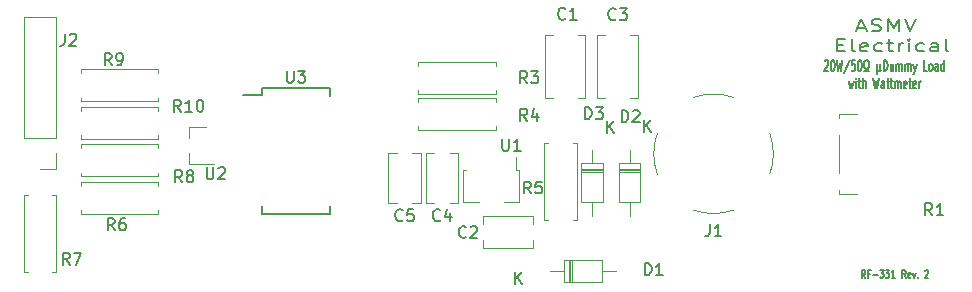
<source format=gbr>
%TF.GenerationSoftware,KiCad,Pcbnew,(5.1.6-0-10_14)*%
%TF.CreationDate,2021-03-20T12:43:37-06:00*%
%TF.ProjectId,rf_dummy_50ohm_20W,72665f64-756d-46d7-995f-35306f686d5f,rev?*%
%TF.SameCoordinates,Original*%
%TF.FileFunction,Legend,Top*%
%TF.FilePolarity,Positive*%
%FSLAX46Y46*%
G04 Gerber Fmt 4.6, Leading zero omitted, Abs format (unit mm)*
G04 Created by KiCad (PCBNEW (5.1.6-0-10_14)) date 2021-03-20 12:43:37*
%MOMM*%
%LPD*%
G01*
G04 APERTURE LIST*
%ADD10C,0.127000*%
%ADD11C,0.190500*%
%ADD12C,0.120000*%
%ADD13C,0.150000*%
%ADD14O,1.700000X1.700000*%
%ADD15C,1.700000*%
%ADD16O,1.600000X1.600000*%
%ADD17R,1.600000X1.600000*%
%ADD18R,7.100000X7.100000*%
%ADD19R,3.600000X2.100000*%
%ADD20C,2.100000*%
%ADD21C,3.100000*%
%ADD22R,1.850000X0.550000*%
%ADD23R,1.000000X0.900000*%
%ADD24C,0.100000*%
%ADD25R,1.000000X1.400000*%
%ADD26O,1.800000X1.800000*%
%ADD27R,1.800000X1.800000*%
G04 APERTURE END LIST*
D10*
X187349190Y-108237261D02*
X187179857Y-107934880D01*
X187058904Y-108237261D02*
X187058904Y-107602261D01*
X187252428Y-107602261D01*
X187300809Y-107632500D01*
X187325000Y-107662738D01*
X187349190Y-107723214D01*
X187349190Y-107813928D01*
X187325000Y-107874404D01*
X187300809Y-107904642D01*
X187252428Y-107934880D01*
X187058904Y-107934880D01*
X187736238Y-107904642D02*
X187566904Y-107904642D01*
X187566904Y-108237261D02*
X187566904Y-107602261D01*
X187808809Y-107602261D01*
X188002333Y-107995357D02*
X188389380Y-107995357D01*
X188582904Y-107602261D02*
X188897380Y-107602261D01*
X188728047Y-107844166D01*
X188800619Y-107844166D01*
X188849000Y-107874404D01*
X188873190Y-107904642D01*
X188897380Y-107965119D01*
X188897380Y-108116309D01*
X188873190Y-108176785D01*
X188849000Y-108207023D01*
X188800619Y-108237261D01*
X188655476Y-108237261D01*
X188607095Y-108207023D01*
X188582904Y-108176785D01*
X189066714Y-107602261D02*
X189381190Y-107602261D01*
X189211857Y-107844166D01*
X189284428Y-107844166D01*
X189332809Y-107874404D01*
X189357000Y-107904642D01*
X189381190Y-107965119D01*
X189381190Y-108116309D01*
X189357000Y-108176785D01*
X189332809Y-108207023D01*
X189284428Y-108237261D01*
X189139285Y-108237261D01*
X189090904Y-108207023D01*
X189066714Y-108176785D01*
X189865000Y-108237261D02*
X189574714Y-108237261D01*
X189719857Y-108237261D02*
X189719857Y-107602261D01*
X189671476Y-107692976D01*
X189623095Y-107753452D01*
X189574714Y-107783690D01*
X190760047Y-108237261D02*
X190590714Y-107934880D01*
X190469761Y-108237261D02*
X190469761Y-107602261D01*
X190663285Y-107602261D01*
X190711666Y-107632500D01*
X190735857Y-107662738D01*
X190760047Y-107723214D01*
X190760047Y-107813928D01*
X190735857Y-107874404D01*
X190711666Y-107904642D01*
X190663285Y-107934880D01*
X190469761Y-107934880D01*
X191171285Y-108207023D02*
X191122904Y-108237261D01*
X191026142Y-108237261D01*
X190977761Y-108207023D01*
X190953571Y-108146547D01*
X190953571Y-107904642D01*
X190977761Y-107844166D01*
X191026142Y-107813928D01*
X191122904Y-107813928D01*
X191171285Y-107844166D01*
X191195476Y-107904642D01*
X191195476Y-107965119D01*
X190953571Y-108025595D01*
X191364809Y-107813928D02*
X191485761Y-108237261D01*
X191606714Y-107813928D01*
X191800238Y-108176785D02*
X191824428Y-108207023D01*
X191800238Y-108237261D01*
X191776047Y-108207023D01*
X191800238Y-108176785D01*
X191800238Y-108237261D01*
X192405000Y-107662738D02*
X192429190Y-107632500D01*
X192477571Y-107602261D01*
X192598523Y-107602261D01*
X192646904Y-107632500D01*
X192671095Y-107662738D01*
X192695285Y-107723214D01*
X192695285Y-107783690D01*
X192671095Y-107874404D01*
X192380809Y-108237261D01*
X192695285Y-108237261D01*
D11*
X186683952Y-87069083D02*
X187349190Y-87069083D01*
X186550904Y-87359369D02*
X187016571Y-86343369D01*
X187482238Y-87359369D01*
X187881380Y-87310988D02*
X188080952Y-87359369D01*
X188413571Y-87359369D01*
X188546619Y-87310988D01*
X188613142Y-87262607D01*
X188679666Y-87165845D01*
X188679666Y-87069083D01*
X188613142Y-86972321D01*
X188546619Y-86923940D01*
X188413571Y-86875559D01*
X188147476Y-86827178D01*
X188014428Y-86778797D01*
X187947904Y-86730416D01*
X187881380Y-86633654D01*
X187881380Y-86536892D01*
X187947904Y-86440130D01*
X188014428Y-86391750D01*
X188147476Y-86343369D01*
X188480095Y-86343369D01*
X188679666Y-86391750D01*
X189278380Y-87359369D02*
X189278380Y-86343369D01*
X189744047Y-87069083D01*
X190209714Y-86343369D01*
X190209714Y-87359369D01*
X190675380Y-86343369D02*
X191141047Y-87359369D01*
X191606714Y-86343369D01*
X184987595Y-88541678D02*
X185453261Y-88541678D01*
X185652833Y-89073869D02*
X184987595Y-89073869D01*
X184987595Y-88057869D01*
X185652833Y-88057869D01*
X186451119Y-89073869D02*
X186318071Y-89025488D01*
X186251547Y-88928726D01*
X186251547Y-88057869D01*
X187515500Y-89025488D02*
X187382452Y-89073869D01*
X187116357Y-89073869D01*
X186983309Y-89025488D01*
X186916785Y-88928726D01*
X186916785Y-88541678D01*
X186983309Y-88444916D01*
X187116357Y-88396535D01*
X187382452Y-88396535D01*
X187515500Y-88444916D01*
X187582023Y-88541678D01*
X187582023Y-88638440D01*
X186916785Y-88735202D01*
X188779452Y-89025488D02*
X188646404Y-89073869D01*
X188380309Y-89073869D01*
X188247261Y-89025488D01*
X188180738Y-88977107D01*
X188114214Y-88880345D01*
X188114214Y-88590059D01*
X188180738Y-88493297D01*
X188247261Y-88444916D01*
X188380309Y-88396535D01*
X188646404Y-88396535D01*
X188779452Y-88444916D01*
X189178595Y-88396535D02*
X189710785Y-88396535D01*
X189378166Y-88057869D02*
X189378166Y-88928726D01*
X189444690Y-89025488D01*
X189577738Y-89073869D01*
X189710785Y-89073869D01*
X190176452Y-89073869D02*
X190176452Y-88396535D01*
X190176452Y-88590059D02*
X190242976Y-88493297D01*
X190309500Y-88444916D01*
X190442547Y-88396535D01*
X190575595Y-88396535D01*
X191041261Y-89073869D02*
X191041261Y-88396535D01*
X191041261Y-88057869D02*
X190974738Y-88106250D01*
X191041261Y-88154630D01*
X191107785Y-88106250D01*
X191041261Y-88057869D01*
X191041261Y-88154630D01*
X192305214Y-89025488D02*
X192172166Y-89073869D01*
X191906071Y-89073869D01*
X191773023Y-89025488D01*
X191706500Y-88977107D01*
X191639976Y-88880345D01*
X191639976Y-88590059D01*
X191706500Y-88493297D01*
X191773023Y-88444916D01*
X191906071Y-88396535D01*
X192172166Y-88396535D01*
X192305214Y-88444916D01*
X193502642Y-89073869D02*
X193502642Y-88541678D01*
X193436119Y-88444916D01*
X193303071Y-88396535D01*
X193036976Y-88396535D01*
X192903928Y-88444916D01*
X193502642Y-89025488D02*
X193369595Y-89073869D01*
X193036976Y-89073869D01*
X192903928Y-89025488D01*
X192837404Y-88928726D01*
X192837404Y-88831964D01*
X192903928Y-88735202D01*
X193036976Y-88686821D01*
X193369595Y-88686821D01*
X193502642Y-88638440D01*
X194367452Y-89073869D02*
X194234404Y-89025488D01*
X194167880Y-88928726D01*
X194167880Y-88057869D01*
D10*
X183893580Y-89926583D02*
X183920190Y-89884250D01*
X183973409Y-89841916D01*
X184106457Y-89841916D01*
X184159676Y-89884250D01*
X184186285Y-89926583D01*
X184212895Y-90011250D01*
X184212895Y-90095916D01*
X184186285Y-90222916D01*
X183866971Y-90730916D01*
X184212895Y-90730916D01*
X184558819Y-89841916D02*
X184612038Y-89841916D01*
X184665257Y-89884250D01*
X184691866Y-89926583D01*
X184718476Y-90011250D01*
X184745085Y-90180583D01*
X184745085Y-90392250D01*
X184718476Y-90561583D01*
X184691866Y-90646250D01*
X184665257Y-90688583D01*
X184612038Y-90730916D01*
X184558819Y-90730916D01*
X184505600Y-90688583D01*
X184478990Y-90646250D01*
X184452380Y-90561583D01*
X184425771Y-90392250D01*
X184425771Y-90180583D01*
X184452380Y-90011250D01*
X184478990Y-89926583D01*
X184505600Y-89884250D01*
X184558819Y-89841916D01*
X184931352Y-89841916D02*
X185064400Y-90730916D01*
X185170838Y-90095916D01*
X185277276Y-90730916D01*
X185410323Y-89841916D01*
X186022342Y-89799583D02*
X185543371Y-90942583D01*
X186474704Y-89841916D02*
X186208609Y-89841916D01*
X186182000Y-90265250D01*
X186208609Y-90222916D01*
X186261828Y-90180583D01*
X186394876Y-90180583D01*
X186448095Y-90222916D01*
X186474704Y-90265250D01*
X186501314Y-90349916D01*
X186501314Y-90561583D01*
X186474704Y-90646250D01*
X186448095Y-90688583D01*
X186394876Y-90730916D01*
X186261828Y-90730916D01*
X186208609Y-90688583D01*
X186182000Y-90646250D01*
X186847238Y-89841916D02*
X186900457Y-89841916D01*
X186953676Y-89884250D01*
X186980285Y-89926583D01*
X187006895Y-90011250D01*
X187033504Y-90180583D01*
X187033504Y-90392250D01*
X187006895Y-90561583D01*
X186980285Y-90646250D01*
X186953676Y-90688583D01*
X186900457Y-90730916D01*
X186847238Y-90730916D01*
X186794019Y-90688583D01*
X186767409Y-90646250D01*
X186740800Y-90561583D01*
X186714190Y-90392250D01*
X186714190Y-90180583D01*
X186740800Y-90011250D01*
X186767409Y-89926583D01*
X186794019Y-89884250D01*
X186847238Y-89841916D01*
X187246380Y-90730916D02*
X187379428Y-90730916D01*
X187379428Y-90561583D01*
X187326209Y-90519250D01*
X187272990Y-90434583D01*
X187246380Y-90307583D01*
X187246380Y-90095916D01*
X187272990Y-89968916D01*
X187326209Y-89884250D01*
X187406038Y-89841916D01*
X187512476Y-89841916D01*
X187592304Y-89884250D01*
X187645523Y-89968916D01*
X187672133Y-90095916D01*
X187672133Y-90307583D01*
X187645523Y-90434583D01*
X187592304Y-90519250D01*
X187539085Y-90561583D01*
X187539085Y-90730916D01*
X187672133Y-90730916D01*
X188337371Y-90138250D02*
X188337371Y-91027250D01*
X188603466Y-90603916D02*
X188630076Y-90688583D01*
X188683295Y-90730916D01*
X188337371Y-90603916D02*
X188363980Y-90688583D01*
X188417200Y-90730916D01*
X188523638Y-90730916D01*
X188576857Y-90688583D01*
X188603466Y-90603916D01*
X188603466Y-90138250D01*
X188922780Y-90730916D02*
X188922780Y-89841916D01*
X189055828Y-89841916D01*
X189135657Y-89884250D01*
X189188876Y-89968916D01*
X189215485Y-90053583D01*
X189242095Y-90222916D01*
X189242095Y-90349916D01*
X189215485Y-90519250D01*
X189188876Y-90603916D01*
X189135657Y-90688583D01*
X189055828Y-90730916D01*
X188922780Y-90730916D01*
X189721066Y-90138250D02*
X189721066Y-90730916D01*
X189481580Y-90138250D02*
X189481580Y-90603916D01*
X189508190Y-90688583D01*
X189561409Y-90730916D01*
X189641238Y-90730916D01*
X189694457Y-90688583D01*
X189721066Y-90646250D01*
X189987161Y-90730916D02*
X189987161Y-90138250D01*
X189987161Y-90222916D02*
X190013771Y-90180583D01*
X190066990Y-90138250D01*
X190146819Y-90138250D01*
X190200038Y-90180583D01*
X190226647Y-90265250D01*
X190226647Y-90730916D01*
X190226647Y-90265250D02*
X190253257Y-90180583D01*
X190306476Y-90138250D01*
X190386304Y-90138250D01*
X190439523Y-90180583D01*
X190466133Y-90265250D01*
X190466133Y-90730916D01*
X190732228Y-90730916D02*
X190732228Y-90138250D01*
X190732228Y-90222916D02*
X190758838Y-90180583D01*
X190812057Y-90138250D01*
X190891885Y-90138250D01*
X190945104Y-90180583D01*
X190971714Y-90265250D01*
X190971714Y-90730916D01*
X190971714Y-90265250D02*
X190998323Y-90180583D01*
X191051542Y-90138250D01*
X191131371Y-90138250D01*
X191184590Y-90180583D01*
X191211200Y-90265250D01*
X191211200Y-90730916D01*
X191424076Y-90138250D02*
X191557123Y-90730916D01*
X191690171Y-90138250D02*
X191557123Y-90730916D01*
X191503904Y-90942583D01*
X191477295Y-90984916D01*
X191424076Y-91027250D01*
X192594895Y-90730916D02*
X192328800Y-90730916D01*
X192328800Y-89841916D01*
X192860990Y-90730916D02*
X192807771Y-90688583D01*
X192781161Y-90646250D01*
X192754552Y-90561583D01*
X192754552Y-90307583D01*
X192781161Y-90222916D01*
X192807771Y-90180583D01*
X192860990Y-90138250D01*
X192940819Y-90138250D01*
X192994038Y-90180583D01*
X193020647Y-90222916D01*
X193047257Y-90307583D01*
X193047257Y-90561583D01*
X193020647Y-90646250D01*
X192994038Y-90688583D01*
X192940819Y-90730916D01*
X192860990Y-90730916D01*
X193526228Y-90730916D02*
X193526228Y-90265250D01*
X193499619Y-90180583D01*
X193446400Y-90138250D01*
X193339961Y-90138250D01*
X193286742Y-90180583D01*
X193526228Y-90688583D02*
X193473009Y-90730916D01*
X193339961Y-90730916D01*
X193286742Y-90688583D01*
X193260133Y-90603916D01*
X193260133Y-90519250D01*
X193286742Y-90434583D01*
X193339961Y-90392250D01*
X193473009Y-90392250D01*
X193526228Y-90349916D01*
X194031809Y-90730916D02*
X194031809Y-89841916D01*
X194031809Y-90688583D02*
X193978590Y-90730916D01*
X193872152Y-90730916D01*
X193818933Y-90688583D01*
X193792323Y-90646250D01*
X193765714Y-90561583D01*
X193765714Y-90307583D01*
X193792323Y-90222916D01*
X193818933Y-90180583D01*
X193872152Y-90138250D01*
X193978590Y-90138250D01*
X194031809Y-90180583D01*
X185929209Y-91598750D02*
X186035647Y-92191416D01*
X186142085Y-91768083D01*
X186248523Y-92191416D01*
X186354961Y-91598750D01*
X186567838Y-92191416D02*
X186567838Y-91598750D01*
X186567838Y-91302416D02*
X186541228Y-91344750D01*
X186567838Y-91387083D01*
X186594447Y-91344750D01*
X186567838Y-91302416D01*
X186567838Y-91387083D01*
X186754104Y-91598750D02*
X186966980Y-91598750D01*
X186833933Y-91302416D02*
X186833933Y-92064416D01*
X186860542Y-92149083D01*
X186913761Y-92191416D01*
X186966980Y-92191416D01*
X187153247Y-92191416D02*
X187153247Y-91302416D01*
X187392733Y-92191416D02*
X187392733Y-91725750D01*
X187366123Y-91641083D01*
X187312904Y-91598750D01*
X187233076Y-91598750D01*
X187179857Y-91641083D01*
X187153247Y-91683416D01*
X188031361Y-91302416D02*
X188164409Y-92191416D01*
X188270847Y-91556416D01*
X188377285Y-92191416D01*
X188510333Y-91302416D01*
X188962695Y-92191416D02*
X188962695Y-91725750D01*
X188936085Y-91641083D01*
X188882866Y-91598750D01*
X188776428Y-91598750D01*
X188723209Y-91641083D01*
X188962695Y-92149083D02*
X188909476Y-92191416D01*
X188776428Y-92191416D01*
X188723209Y-92149083D01*
X188696600Y-92064416D01*
X188696600Y-91979750D01*
X188723209Y-91895083D01*
X188776428Y-91852750D01*
X188909476Y-91852750D01*
X188962695Y-91810416D01*
X189148961Y-91598750D02*
X189361838Y-91598750D01*
X189228790Y-91302416D02*
X189228790Y-92064416D01*
X189255400Y-92149083D01*
X189308619Y-92191416D01*
X189361838Y-92191416D01*
X189468276Y-91598750D02*
X189681152Y-91598750D01*
X189548104Y-91302416D02*
X189548104Y-92064416D01*
X189574714Y-92149083D01*
X189627933Y-92191416D01*
X189681152Y-92191416D01*
X189867419Y-92191416D02*
X189867419Y-91598750D01*
X189867419Y-91683416D02*
X189894028Y-91641083D01*
X189947247Y-91598750D01*
X190027076Y-91598750D01*
X190080295Y-91641083D01*
X190106904Y-91725750D01*
X190106904Y-92191416D01*
X190106904Y-91725750D02*
X190133514Y-91641083D01*
X190186733Y-91598750D01*
X190266561Y-91598750D01*
X190319780Y-91641083D01*
X190346390Y-91725750D01*
X190346390Y-92191416D01*
X190825361Y-92149083D02*
X190772142Y-92191416D01*
X190665704Y-92191416D01*
X190612485Y-92149083D01*
X190585876Y-92064416D01*
X190585876Y-91725750D01*
X190612485Y-91641083D01*
X190665704Y-91598750D01*
X190772142Y-91598750D01*
X190825361Y-91641083D01*
X190851971Y-91725750D01*
X190851971Y-91810416D01*
X190585876Y-91895083D01*
X191011628Y-91598750D02*
X191224504Y-91598750D01*
X191091457Y-91302416D02*
X191091457Y-92064416D01*
X191118066Y-92149083D01*
X191171285Y-92191416D01*
X191224504Y-92191416D01*
X191623647Y-92149083D02*
X191570428Y-92191416D01*
X191463990Y-92191416D01*
X191410771Y-92149083D01*
X191384161Y-92064416D01*
X191384161Y-91725750D01*
X191410771Y-91641083D01*
X191463990Y-91598750D01*
X191570428Y-91598750D01*
X191623647Y-91641083D01*
X191650257Y-91725750D01*
X191650257Y-91810416D01*
X191384161Y-91895083D01*
X191889742Y-92191416D02*
X191889742Y-91598750D01*
X191889742Y-91768083D02*
X191916352Y-91683416D01*
X191942961Y-91641083D01*
X191996180Y-91598750D01*
X192049400Y-91598750D01*
D12*
%TO.C,R10*%
X127476000Y-96493000D02*
X127476000Y-96163000D01*
X120936000Y-96493000D02*
X127476000Y-96493000D01*
X120936000Y-96163000D02*
X120936000Y-96493000D01*
X127476000Y-93753000D02*
X127476000Y-94083000D01*
X120936000Y-93753000D02*
X127476000Y-93753000D01*
X120936000Y-94083000D02*
X120936000Y-93753000D01*
%TO.C,R9*%
X127476000Y-93318000D02*
X127476000Y-92988000D01*
X120936000Y-93318000D02*
X127476000Y-93318000D01*
X120936000Y-92988000D02*
X120936000Y-93318000D01*
X127476000Y-90578000D02*
X127476000Y-90908000D01*
X120936000Y-90578000D02*
X127476000Y-90578000D01*
X120936000Y-90908000D02*
X120936000Y-90578000D01*
%TO.C,R8*%
X120936000Y-96928000D02*
X120936000Y-97258000D01*
X127476000Y-96928000D02*
X120936000Y-96928000D01*
X127476000Y-97258000D02*
X127476000Y-96928000D01*
X120936000Y-99668000D02*
X120936000Y-99338000D01*
X127476000Y-99668000D02*
X120936000Y-99668000D01*
X127476000Y-99338000D02*
X127476000Y-99668000D01*
%TO.C,R7*%
X118845000Y-101251000D02*
X118515000Y-101251000D01*
X118845000Y-107791000D02*
X118845000Y-101251000D01*
X118515000Y-107791000D02*
X118845000Y-107791000D01*
X116105000Y-101251000D02*
X116435000Y-101251000D01*
X116105000Y-107791000D02*
X116105000Y-101251000D01*
X116435000Y-107791000D02*
X116105000Y-107791000D01*
%TO.C,R6*%
X120936000Y-100103000D02*
X120936000Y-100433000D01*
X127476000Y-100103000D02*
X120936000Y-100103000D01*
X127476000Y-100433000D02*
X127476000Y-100103000D01*
X120936000Y-102843000D02*
X120936000Y-102513000D01*
X127476000Y-102843000D02*
X120936000Y-102843000D01*
X127476000Y-102513000D02*
X127476000Y-102843000D01*
%TO.C,C4*%
X152881000Y-97682000D02*
X152881000Y-101922000D01*
X150141000Y-97682000D02*
X150141000Y-101922000D01*
X152881000Y-97682000D02*
X152176000Y-97682000D01*
X150846000Y-97682000D02*
X150141000Y-97682000D01*
X152881000Y-101922000D02*
X152176000Y-101922000D01*
X150846000Y-101922000D02*
X150141000Y-101922000D01*
%TO.C,C5*%
X149706000Y-97682000D02*
X149706000Y-101922000D01*
X146966000Y-97682000D02*
X146966000Y-101922000D01*
X149706000Y-97682000D02*
X149001000Y-97682000D01*
X147671000Y-97682000D02*
X146966000Y-97682000D01*
X149706000Y-101922000D02*
X149001000Y-101922000D01*
X147671000Y-101922000D02*
X146966000Y-101922000D01*
%TO.C,R5*%
X160174000Y-103346000D02*
X160504000Y-103346000D01*
X160174000Y-96806000D02*
X160174000Y-103346000D01*
X160504000Y-96806000D02*
X160174000Y-96806000D01*
X162914000Y-103346000D02*
X162584000Y-103346000D01*
X162914000Y-96806000D02*
X162914000Y-103346000D01*
X162584000Y-96806000D02*
X162914000Y-96806000D01*
%TO.C,R4*%
X156051000Y-95731000D02*
X156051000Y-95401000D01*
X149511000Y-95731000D02*
X156051000Y-95731000D01*
X149511000Y-95401000D02*
X149511000Y-95731000D01*
X156051000Y-92991000D02*
X156051000Y-93321000D01*
X149511000Y-92991000D02*
X156051000Y-92991000D01*
X149511000Y-93321000D02*
X149511000Y-92991000D01*
%TO.C,R3*%
X156051000Y-92683000D02*
X156051000Y-92353000D01*
X149511000Y-92683000D02*
X156051000Y-92683000D01*
X149511000Y-92353000D02*
X149511000Y-92683000D01*
X156051000Y-89943000D02*
X156051000Y-90273000D01*
X149511000Y-89943000D02*
X156051000Y-89943000D01*
X149511000Y-90273000D02*
X149511000Y-89943000D01*
%TO.C,D1*%
X162265000Y-106776000D02*
X162265000Y-108616000D01*
X162505000Y-106776000D02*
X162505000Y-108616000D01*
X162385000Y-106776000D02*
X162385000Y-108616000D01*
X166269000Y-107696000D02*
X165089000Y-107696000D01*
X160629000Y-107696000D02*
X161809000Y-107696000D01*
X165089000Y-106776000D02*
X161809000Y-106776000D01*
X165089000Y-108616000D02*
X165089000Y-106776000D01*
X161809000Y-108616000D02*
X165089000Y-108616000D01*
X161809000Y-106776000D02*
X161809000Y-108616000D01*
%TO.C,R1*%
X185146000Y-94740000D02*
X185146000Y-94390000D01*
X185146000Y-94390000D02*
X186646000Y-94390000D01*
X185146000Y-99390000D02*
X185146000Y-96190000D01*
X186646000Y-101190000D02*
X185146000Y-101190000D01*
X185146000Y-101190000D02*
X185146000Y-100790000D01*
%TO.C,C2*%
X154999000Y-103024000D02*
X159239000Y-103024000D01*
X154999000Y-105764000D02*
X159239000Y-105764000D01*
X154999000Y-103024000D02*
X154999000Y-103729000D01*
X154999000Y-105059000D02*
X154999000Y-105764000D01*
X159239000Y-103024000D02*
X159239000Y-103729000D01*
X159239000Y-105059000D02*
X159239000Y-105764000D01*
%TO.C,D3*%
X165131000Y-99019000D02*
X163291000Y-99019000D01*
X165131000Y-99259000D02*
X163291000Y-99259000D01*
X165131000Y-99139000D02*
X163291000Y-99139000D01*
X164211000Y-103023000D02*
X164211000Y-101843000D01*
X164211000Y-97383000D02*
X164211000Y-98563000D01*
X165131000Y-101843000D02*
X165131000Y-98563000D01*
X163291000Y-101843000D02*
X165131000Y-101843000D01*
X163291000Y-98563000D02*
X163291000Y-101843000D01*
X165131000Y-98563000D02*
X163291000Y-98563000D01*
%TO.C,J1*%
X179261589Y-99457663D02*
G75*
G03*
X179248000Y-95995000I-4763589J1712663D01*
G01*
X176210663Y-92981411D02*
G75*
G03*
X172748000Y-92995000I-1712663J-4763589D01*
G01*
X169734411Y-96032337D02*
G75*
G03*
X169748000Y-99495000I4763589J-1712663D01*
G01*
X172785337Y-102508589D02*
G75*
G03*
X176248000Y-102495000I1712663J4763589D01*
G01*
D13*
%TO.C,U3*%
X136254762Y-92186500D02*
X136254762Y-92761500D01*
X142004762Y-92186500D02*
X142004762Y-92836500D01*
X142004762Y-102836500D02*
X142004762Y-102186500D01*
X136254762Y-102836500D02*
X136254762Y-102186500D01*
X136254762Y-92186500D02*
X142004762Y-92186500D01*
X136254762Y-102836500D02*
X142004762Y-102836500D01*
X136254762Y-92761500D02*
X134654762Y-92761500D01*
D12*
%TO.C,U2*%
X130066000Y-95448000D02*
X130066000Y-96378000D01*
X130066000Y-98608000D02*
X130066000Y-97678000D01*
X130066000Y-98608000D02*
X132226000Y-98608000D01*
X130066000Y-95448000D02*
X131526000Y-95448000D01*
%TO.C,U1*%
X154628000Y-101862000D02*
X153318000Y-101862000D01*
X153318000Y-101862000D02*
X153318000Y-99142000D01*
X157808000Y-98002000D02*
X157808000Y-99142000D01*
X158038000Y-101862000D02*
X156728000Y-101862000D01*
X158038000Y-99142000D02*
X158038000Y-101862000D01*
X158038000Y-99142000D02*
X157808000Y-99142000D01*
X153318000Y-99142000D02*
X153548000Y-99142000D01*
%TO.C,J2*%
X118805000Y-86173000D02*
X116145000Y-86173000D01*
X118805000Y-96393000D02*
X118805000Y-86173000D01*
X116145000Y-96393000D02*
X116145000Y-86173000D01*
X118805000Y-96393000D02*
X116145000Y-96393000D01*
X118805000Y-97663000D02*
X118805000Y-98993000D01*
X118805000Y-98993000D02*
X117475000Y-98993000D01*
%TO.C,D2*%
X168306000Y-98563000D02*
X166466000Y-98563000D01*
X166466000Y-98563000D02*
X166466000Y-101843000D01*
X166466000Y-101843000D02*
X168306000Y-101843000D01*
X168306000Y-101843000D02*
X168306000Y-98563000D01*
X167386000Y-97383000D02*
X167386000Y-98563000D01*
X167386000Y-103023000D02*
X167386000Y-101843000D01*
X168306000Y-99139000D02*
X166466000Y-99139000D01*
X168306000Y-99259000D02*
X166466000Y-99259000D01*
X168306000Y-99019000D02*
X166466000Y-99019000D01*
%TO.C,C3*%
X164649000Y-93054000D02*
X164649000Y-87714000D01*
X168091000Y-93054000D02*
X168091000Y-87714000D01*
X164649000Y-93054000D02*
X165315000Y-93054000D01*
X167425000Y-93054000D02*
X168091000Y-93054000D01*
X164649000Y-87714000D02*
X165315000Y-87714000D01*
X167425000Y-87714000D02*
X168091000Y-87714000D01*
%TO.C,C1*%
X160204000Y-93007000D02*
X160204000Y-87667000D01*
X163646000Y-93007000D02*
X163646000Y-87667000D01*
X160204000Y-93007000D02*
X160870000Y-93007000D01*
X162980000Y-93007000D02*
X163646000Y-93007000D01*
X160204000Y-87667000D02*
X160870000Y-87667000D01*
X162980000Y-87667000D02*
X163646000Y-87667000D01*
%TO.C,R10*%
D13*
X129405142Y-94178380D02*
X129071809Y-93702190D01*
X128833714Y-94178380D02*
X128833714Y-93178380D01*
X129214666Y-93178380D01*
X129309904Y-93226000D01*
X129357523Y-93273619D01*
X129405142Y-93368857D01*
X129405142Y-93511714D01*
X129357523Y-93606952D01*
X129309904Y-93654571D01*
X129214666Y-93702190D01*
X128833714Y-93702190D01*
X130357523Y-94178380D02*
X129786095Y-94178380D01*
X130071809Y-94178380D02*
X130071809Y-93178380D01*
X129976571Y-93321238D01*
X129881333Y-93416476D01*
X129786095Y-93464095D01*
X130976571Y-93178380D02*
X131071809Y-93178380D01*
X131167047Y-93226000D01*
X131214666Y-93273619D01*
X131262285Y-93368857D01*
X131309904Y-93559333D01*
X131309904Y-93797428D01*
X131262285Y-93987904D01*
X131214666Y-94083142D01*
X131167047Y-94130761D01*
X131071809Y-94178380D01*
X130976571Y-94178380D01*
X130881333Y-94130761D01*
X130833714Y-94083142D01*
X130786095Y-93987904D01*
X130738476Y-93797428D01*
X130738476Y-93559333D01*
X130786095Y-93368857D01*
X130833714Y-93273619D01*
X130881333Y-93226000D01*
X130976571Y-93178380D01*
%TO.C,R9*%
X123531333Y-90241380D02*
X123198000Y-89765190D01*
X122959904Y-90241380D02*
X122959904Y-89241380D01*
X123340857Y-89241380D01*
X123436095Y-89289000D01*
X123483714Y-89336619D01*
X123531333Y-89431857D01*
X123531333Y-89574714D01*
X123483714Y-89669952D01*
X123436095Y-89717571D01*
X123340857Y-89765190D01*
X122959904Y-89765190D01*
X124007523Y-90241380D02*
X124198000Y-90241380D01*
X124293238Y-90193761D01*
X124340857Y-90146142D01*
X124436095Y-90003285D01*
X124483714Y-89812809D01*
X124483714Y-89431857D01*
X124436095Y-89336619D01*
X124388476Y-89289000D01*
X124293238Y-89241380D01*
X124102761Y-89241380D01*
X124007523Y-89289000D01*
X123959904Y-89336619D01*
X123912285Y-89431857D01*
X123912285Y-89669952D01*
X123959904Y-89765190D01*
X124007523Y-89812809D01*
X124102761Y-89860428D01*
X124293238Y-89860428D01*
X124388476Y-89812809D01*
X124436095Y-89765190D01*
X124483714Y-89669952D01*
%TO.C,R8*%
X129500333Y-100147380D02*
X129167000Y-99671190D01*
X128928904Y-100147380D02*
X128928904Y-99147380D01*
X129309857Y-99147380D01*
X129405095Y-99195000D01*
X129452714Y-99242619D01*
X129500333Y-99337857D01*
X129500333Y-99480714D01*
X129452714Y-99575952D01*
X129405095Y-99623571D01*
X129309857Y-99671190D01*
X128928904Y-99671190D01*
X130071761Y-99575952D02*
X129976523Y-99528333D01*
X129928904Y-99480714D01*
X129881285Y-99385476D01*
X129881285Y-99337857D01*
X129928904Y-99242619D01*
X129976523Y-99195000D01*
X130071761Y-99147380D01*
X130262238Y-99147380D01*
X130357476Y-99195000D01*
X130405095Y-99242619D01*
X130452714Y-99337857D01*
X130452714Y-99385476D01*
X130405095Y-99480714D01*
X130357476Y-99528333D01*
X130262238Y-99575952D01*
X130071761Y-99575952D01*
X129976523Y-99623571D01*
X129928904Y-99671190D01*
X129881285Y-99766428D01*
X129881285Y-99956904D01*
X129928904Y-100052142D01*
X129976523Y-100099761D01*
X130071761Y-100147380D01*
X130262238Y-100147380D01*
X130357476Y-100099761D01*
X130405095Y-100052142D01*
X130452714Y-99956904D01*
X130452714Y-99766428D01*
X130405095Y-99671190D01*
X130357476Y-99623571D01*
X130262238Y-99575952D01*
%TO.C,R7*%
X119975333Y-107132380D02*
X119642000Y-106656190D01*
X119403904Y-107132380D02*
X119403904Y-106132380D01*
X119784857Y-106132380D01*
X119880095Y-106180000D01*
X119927714Y-106227619D01*
X119975333Y-106322857D01*
X119975333Y-106465714D01*
X119927714Y-106560952D01*
X119880095Y-106608571D01*
X119784857Y-106656190D01*
X119403904Y-106656190D01*
X120308666Y-106132380D02*
X120975333Y-106132380D01*
X120546761Y-107132380D01*
%TO.C,R6*%
X123785333Y-104211380D02*
X123452000Y-103735190D01*
X123213904Y-104211380D02*
X123213904Y-103211380D01*
X123594857Y-103211380D01*
X123690095Y-103259000D01*
X123737714Y-103306619D01*
X123785333Y-103401857D01*
X123785333Y-103544714D01*
X123737714Y-103639952D01*
X123690095Y-103687571D01*
X123594857Y-103735190D01*
X123213904Y-103735190D01*
X124642476Y-103211380D02*
X124452000Y-103211380D01*
X124356761Y-103259000D01*
X124309142Y-103306619D01*
X124213904Y-103449476D01*
X124166285Y-103639952D01*
X124166285Y-104020904D01*
X124213904Y-104116142D01*
X124261523Y-104163761D01*
X124356761Y-104211380D01*
X124547238Y-104211380D01*
X124642476Y-104163761D01*
X124690095Y-104116142D01*
X124737714Y-104020904D01*
X124737714Y-103782809D01*
X124690095Y-103687571D01*
X124642476Y-103639952D01*
X124547238Y-103592333D01*
X124356761Y-103592333D01*
X124261523Y-103639952D01*
X124213904Y-103687571D01*
X124166285Y-103782809D01*
%TO.C,C4*%
X151344333Y-103354142D02*
X151296714Y-103401761D01*
X151153857Y-103449380D01*
X151058619Y-103449380D01*
X150915761Y-103401761D01*
X150820523Y-103306523D01*
X150772904Y-103211285D01*
X150725285Y-103020809D01*
X150725285Y-102877952D01*
X150772904Y-102687476D01*
X150820523Y-102592238D01*
X150915761Y-102497000D01*
X151058619Y-102449380D01*
X151153857Y-102449380D01*
X151296714Y-102497000D01*
X151344333Y-102544619D01*
X152201476Y-102782714D02*
X152201476Y-103449380D01*
X151963380Y-102401761D02*
X151725285Y-103116047D01*
X152344333Y-103116047D01*
%TO.C,C5*%
X148169333Y-103354142D02*
X148121714Y-103401761D01*
X147978857Y-103449380D01*
X147883619Y-103449380D01*
X147740761Y-103401761D01*
X147645523Y-103306523D01*
X147597904Y-103211285D01*
X147550285Y-103020809D01*
X147550285Y-102877952D01*
X147597904Y-102687476D01*
X147645523Y-102592238D01*
X147740761Y-102497000D01*
X147883619Y-102449380D01*
X147978857Y-102449380D01*
X148121714Y-102497000D01*
X148169333Y-102544619D01*
X149074095Y-102449380D02*
X148597904Y-102449380D01*
X148550285Y-102925571D01*
X148597904Y-102877952D01*
X148693142Y-102830333D01*
X148931238Y-102830333D01*
X149026476Y-102877952D01*
X149074095Y-102925571D01*
X149121714Y-103020809D01*
X149121714Y-103258904D01*
X149074095Y-103354142D01*
X149026476Y-103401761D01*
X148931238Y-103449380D01*
X148693142Y-103449380D01*
X148597904Y-103401761D01*
X148550285Y-103354142D01*
%TO.C,R5*%
X159027833Y-101099880D02*
X158694500Y-100623690D01*
X158456404Y-101099880D02*
X158456404Y-100099880D01*
X158837357Y-100099880D01*
X158932595Y-100147500D01*
X158980214Y-100195119D01*
X159027833Y-100290357D01*
X159027833Y-100433214D01*
X158980214Y-100528452D01*
X158932595Y-100576071D01*
X158837357Y-100623690D01*
X158456404Y-100623690D01*
X159932595Y-100099880D02*
X159456404Y-100099880D01*
X159408785Y-100576071D01*
X159456404Y-100528452D01*
X159551642Y-100480833D01*
X159789738Y-100480833D01*
X159884976Y-100528452D01*
X159932595Y-100576071D01*
X159980214Y-100671309D01*
X159980214Y-100909404D01*
X159932595Y-101004642D01*
X159884976Y-101052261D01*
X159789738Y-101099880D01*
X159551642Y-101099880D01*
X159456404Y-101052261D01*
X159408785Y-101004642D01*
%TO.C,R4*%
X158710333Y-94940380D02*
X158377000Y-94464190D01*
X158138904Y-94940380D02*
X158138904Y-93940380D01*
X158519857Y-93940380D01*
X158615095Y-93988000D01*
X158662714Y-94035619D01*
X158710333Y-94130857D01*
X158710333Y-94273714D01*
X158662714Y-94368952D01*
X158615095Y-94416571D01*
X158519857Y-94464190D01*
X158138904Y-94464190D01*
X159567476Y-94273714D02*
X159567476Y-94940380D01*
X159329380Y-93892761D02*
X159091285Y-94607047D01*
X159710333Y-94607047D01*
%TO.C,R3*%
X158710333Y-91765380D02*
X158377000Y-91289190D01*
X158138904Y-91765380D02*
X158138904Y-90765380D01*
X158519857Y-90765380D01*
X158615095Y-90813000D01*
X158662714Y-90860619D01*
X158710333Y-90955857D01*
X158710333Y-91098714D01*
X158662714Y-91193952D01*
X158615095Y-91241571D01*
X158519857Y-91289190D01*
X158138904Y-91289190D01*
X159043666Y-90765380D02*
X159662714Y-90765380D01*
X159329380Y-91146333D01*
X159472238Y-91146333D01*
X159567476Y-91193952D01*
X159615095Y-91241571D01*
X159662714Y-91336809D01*
X159662714Y-91574904D01*
X159615095Y-91670142D01*
X159567476Y-91717761D01*
X159472238Y-91765380D01*
X159186523Y-91765380D01*
X159091285Y-91717761D01*
X159043666Y-91670142D01*
%TO.C,D1*%
X168679904Y-108021380D02*
X168679904Y-107021380D01*
X168918000Y-107021380D01*
X169060857Y-107069000D01*
X169156095Y-107164238D01*
X169203714Y-107259476D01*
X169251333Y-107449952D01*
X169251333Y-107592809D01*
X169203714Y-107783285D01*
X169156095Y-107878523D01*
X169060857Y-107973761D01*
X168918000Y-108021380D01*
X168679904Y-108021380D01*
X170203714Y-108021380D02*
X169632285Y-108021380D01*
X169918000Y-108021380D02*
X169918000Y-107021380D01*
X169822761Y-107164238D01*
X169727523Y-107259476D01*
X169632285Y-107307095D01*
X157726095Y-108783380D02*
X157726095Y-107783380D01*
X158297523Y-108783380D02*
X157868952Y-108211952D01*
X158297523Y-107783380D02*
X157726095Y-108354809D01*
%TO.C,R1*%
X193000333Y-102941380D02*
X192667000Y-102465190D01*
X192428904Y-102941380D02*
X192428904Y-101941380D01*
X192809857Y-101941380D01*
X192905095Y-101989000D01*
X192952714Y-102036619D01*
X193000333Y-102131857D01*
X193000333Y-102274714D01*
X192952714Y-102369952D01*
X192905095Y-102417571D01*
X192809857Y-102465190D01*
X192428904Y-102465190D01*
X193952714Y-102941380D02*
X193381285Y-102941380D01*
X193667000Y-102941380D02*
X193667000Y-101941380D01*
X193571761Y-102084238D01*
X193476523Y-102179476D01*
X193381285Y-102227095D01*
%TO.C,C2*%
X153543333Y-104775642D02*
X153495714Y-104823261D01*
X153352857Y-104870880D01*
X153257619Y-104870880D01*
X153114761Y-104823261D01*
X153019523Y-104728023D01*
X152971904Y-104632785D01*
X152924285Y-104442309D01*
X152924285Y-104299452D01*
X152971904Y-104108976D01*
X153019523Y-104013738D01*
X153114761Y-103918500D01*
X153257619Y-103870880D01*
X153352857Y-103870880D01*
X153495714Y-103918500D01*
X153543333Y-103966119D01*
X153924285Y-103966119D02*
X153971904Y-103918500D01*
X154067142Y-103870880D01*
X154305238Y-103870880D01*
X154400476Y-103918500D01*
X154448095Y-103966119D01*
X154495714Y-104061357D01*
X154495714Y-104156595D01*
X154448095Y-104299452D01*
X153876666Y-104870880D01*
X154495714Y-104870880D01*
%TO.C,D3*%
X163599904Y-94813380D02*
X163599904Y-93813380D01*
X163838000Y-93813380D01*
X163980857Y-93861000D01*
X164076095Y-93956238D01*
X164123714Y-94051476D01*
X164171333Y-94241952D01*
X164171333Y-94384809D01*
X164123714Y-94575285D01*
X164076095Y-94670523D01*
X163980857Y-94765761D01*
X163838000Y-94813380D01*
X163599904Y-94813380D01*
X164504666Y-93813380D02*
X165123714Y-93813380D01*
X164790380Y-94194333D01*
X164933238Y-94194333D01*
X165028476Y-94241952D01*
X165076095Y-94289571D01*
X165123714Y-94384809D01*
X165123714Y-94622904D01*
X165076095Y-94718142D01*
X165028476Y-94765761D01*
X164933238Y-94813380D01*
X164647523Y-94813380D01*
X164552285Y-94765761D01*
X164504666Y-94718142D01*
X165473095Y-95956380D02*
X165473095Y-94956380D01*
X166044523Y-95956380D02*
X165615952Y-95384952D01*
X166044523Y-94956380D02*
X165473095Y-95527809D01*
%TO.C,J1*%
X174164666Y-103719380D02*
X174164666Y-104433666D01*
X174117047Y-104576523D01*
X174021809Y-104671761D01*
X173878952Y-104719380D01*
X173783714Y-104719380D01*
X175164666Y-104719380D02*
X174593238Y-104719380D01*
X174878952Y-104719380D02*
X174878952Y-103719380D01*
X174783714Y-103862238D01*
X174688476Y-103957476D01*
X174593238Y-104005095D01*
%TO.C,U3*%
X138367857Y-90713880D02*
X138367857Y-91523404D01*
X138415476Y-91618642D01*
X138463095Y-91666261D01*
X138558333Y-91713880D01*
X138748809Y-91713880D01*
X138844047Y-91666261D01*
X138891666Y-91618642D01*
X138939285Y-91523404D01*
X138939285Y-90713880D01*
X139320238Y-90713880D02*
X139939285Y-90713880D01*
X139605952Y-91094833D01*
X139748809Y-91094833D01*
X139844047Y-91142452D01*
X139891666Y-91190071D01*
X139939285Y-91285309D01*
X139939285Y-91523404D01*
X139891666Y-91618642D01*
X139844047Y-91666261D01*
X139748809Y-91713880D01*
X139463095Y-91713880D01*
X139367857Y-91666261D01*
X139320238Y-91618642D01*
%TO.C,U2*%
X131572095Y-98893380D02*
X131572095Y-99702904D01*
X131619714Y-99798142D01*
X131667333Y-99845761D01*
X131762571Y-99893380D01*
X131953047Y-99893380D01*
X132048285Y-99845761D01*
X132095904Y-99798142D01*
X132143523Y-99702904D01*
X132143523Y-98893380D01*
X132572095Y-98988619D02*
X132619714Y-98941000D01*
X132714952Y-98893380D01*
X132953047Y-98893380D01*
X133048285Y-98941000D01*
X133095904Y-98988619D01*
X133143523Y-99083857D01*
X133143523Y-99179095D01*
X133095904Y-99321952D01*
X132524476Y-99893380D01*
X133143523Y-99893380D01*
%TO.C,U1*%
X156591095Y-96480380D02*
X156591095Y-97289904D01*
X156638714Y-97385142D01*
X156686333Y-97432761D01*
X156781571Y-97480380D01*
X156972047Y-97480380D01*
X157067285Y-97432761D01*
X157114904Y-97385142D01*
X157162523Y-97289904D01*
X157162523Y-96480380D01*
X158162523Y-97480380D02*
X157591095Y-97480380D01*
X157876809Y-97480380D02*
X157876809Y-96480380D01*
X157781571Y-96623238D01*
X157686333Y-96718476D01*
X157591095Y-96766095D01*
%TO.C,J2*%
X119554666Y-87590380D02*
X119554666Y-88304666D01*
X119507047Y-88447523D01*
X119411809Y-88542761D01*
X119268952Y-88590380D01*
X119173714Y-88590380D01*
X119983238Y-87685619D02*
X120030857Y-87638000D01*
X120126095Y-87590380D01*
X120364190Y-87590380D01*
X120459428Y-87638000D01*
X120507047Y-87685619D01*
X120554666Y-87780857D01*
X120554666Y-87876095D01*
X120507047Y-88018952D01*
X119935619Y-88590380D01*
X120554666Y-88590380D01*
%TO.C,D2*%
X166711404Y-95067380D02*
X166711404Y-94067380D01*
X166949500Y-94067380D01*
X167092357Y-94115000D01*
X167187595Y-94210238D01*
X167235214Y-94305476D01*
X167282833Y-94495952D01*
X167282833Y-94638809D01*
X167235214Y-94829285D01*
X167187595Y-94924523D01*
X167092357Y-95019761D01*
X166949500Y-95067380D01*
X166711404Y-95067380D01*
X167663785Y-94162619D02*
X167711404Y-94115000D01*
X167806642Y-94067380D01*
X168044738Y-94067380D01*
X168139976Y-94115000D01*
X168187595Y-94162619D01*
X168235214Y-94257857D01*
X168235214Y-94353095D01*
X168187595Y-94495952D01*
X167616166Y-95067380D01*
X168235214Y-95067380D01*
X168648095Y-95892880D02*
X168648095Y-94892880D01*
X169219523Y-95892880D02*
X168790952Y-95321452D01*
X169219523Y-94892880D02*
X168648095Y-95464309D01*
%TO.C,C3*%
X166203333Y-86336142D02*
X166155714Y-86383761D01*
X166012857Y-86431380D01*
X165917619Y-86431380D01*
X165774761Y-86383761D01*
X165679523Y-86288523D01*
X165631904Y-86193285D01*
X165584285Y-86002809D01*
X165584285Y-85859952D01*
X165631904Y-85669476D01*
X165679523Y-85574238D01*
X165774761Y-85479000D01*
X165917619Y-85431380D01*
X166012857Y-85431380D01*
X166155714Y-85479000D01*
X166203333Y-85526619D01*
X166536666Y-85431380D02*
X167155714Y-85431380D01*
X166822380Y-85812333D01*
X166965238Y-85812333D01*
X167060476Y-85859952D01*
X167108095Y-85907571D01*
X167155714Y-86002809D01*
X167155714Y-86240904D01*
X167108095Y-86336142D01*
X167060476Y-86383761D01*
X166965238Y-86431380D01*
X166679523Y-86431380D01*
X166584285Y-86383761D01*
X166536666Y-86336142D01*
%TO.C,C1*%
X161947571Y-86289142D02*
X161899952Y-86336761D01*
X161757095Y-86384380D01*
X161661857Y-86384380D01*
X161518999Y-86336761D01*
X161423761Y-86241523D01*
X161376142Y-86146285D01*
X161328523Y-85955809D01*
X161328523Y-85812952D01*
X161376142Y-85622476D01*
X161423761Y-85527238D01*
X161518999Y-85432000D01*
X161661857Y-85384380D01*
X161757095Y-85384380D01*
X161899952Y-85432000D01*
X161947571Y-85479619D01*
X162899952Y-86384380D02*
X162328523Y-86384380D01*
X162614238Y-86384380D02*
X162614238Y-85384380D01*
X162518999Y-85527238D01*
X162423761Y-85622476D01*
X162328523Y-85670095D01*
%TD*%
%LPC*%
D14*
%TO.C,R10*%
X128016000Y-95123000D03*
D15*
X120396000Y-95123000D03*
%TD*%
D14*
%TO.C,R9*%
X128016000Y-91948000D03*
D15*
X120396000Y-91948000D03*
%TD*%
D14*
%TO.C,R8*%
X120396000Y-98298000D03*
D15*
X128016000Y-98298000D03*
%TD*%
D14*
%TO.C,R7*%
X117475000Y-100711000D03*
D15*
X117475000Y-108331000D03*
%TD*%
D14*
%TO.C,R6*%
X120396000Y-101473000D03*
D15*
X128016000Y-101473000D03*
%TD*%
%TO.C,C4*%
X151511000Y-101052000D03*
X151511000Y-98552000D03*
%TD*%
%TO.C,C5*%
X148336000Y-101052000D03*
X148336000Y-98552000D03*
%TD*%
D14*
%TO.C,R5*%
X161544000Y-103886000D03*
D15*
X161544000Y-96266000D03*
%TD*%
D14*
%TO.C,R4*%
X156591000Y-94361000D03*
D15*
X148971000Y-94361000D03*
%TD*%
D14*
%TO.C,R3*%
X156591000Y-91313000D03*
D15*
X148971000Y-91313000D03*
%TD*%
D16*
%TO.C,D1*%
X167259000Y-107696000D03*
D17*
X159639000Y-107696000D03*
%TD*%
D18*
%TO.C,R1*%
X190246000Y-97790000D03*
D19*
X182846000Y-100070000D03*
X182846000Y-95490000D03*
%TD*%
D15*
%TO.C,C2*%
X158369000Y-104394000D03*
X155869000Y-104394000D03*
%TD*%
D16*
%TO.C,D3*%
X164211000Y-104013000D03*
D17*
X164211000Y-96393000D03*
%TD*%
D20*
%TO.C,U4*%
X125667762Y-88461500D03*
X128207762Y-88461500D03*
X130747762Y-88461500D03*
X133287762Y-88461500D03*
X135827762Y-88461500D03*
X138367762Y-88461500D03*
X140907762Y-88461500D03*
X143447762Y-88461500D03*
X145987762Y-88461500D03*
X148527762Y-88461500D03*
X151067762Y-88461500D03*
X153607762Y-88461500D03*
X153607762Y-106561500D03*
X151067762Y-106561500D03*
X148527762Y-106561500D03*
X145987762Y-106561500D03*
X143447762Y-106561500D03*
X140907762Y-106561500D03*
X138367762Y-106561500D03*
X135827762Y-106561500D03*
X133287762Y-106561500D03*
X130747762Y-106561500D03*
X128207762Y-106561500D03*
X125667762Y-106561500D03*
%TD*%
D21*
%TO.C,J1*%
X177628000Y-100875000D03*
X174498000Y-97745000D03*
X171368000Y-100875000D03*
X177628000Y-94615000D03*
X171368000Y-94615000D03*
%TD*%
D22*
%TO.C,U3*%
X142729762Y-93286500D03*
X142729762Y-93936500D03*
X142729762Y-94586500D03*
X142729762Y-95236500D03*
X142729762Y-95886500D03*
X142729762Y-96536500D03*
X142729762Y-97186500D03*
X142729762Y-97836500D03*
X142729762Y-98486500D03*
X142729762Y-99136500D03*
X142729762Y-99786500D03*
X142729762Y-100436500D03*
X142729762Y-101086500D03*
X142729762Y-101736500D03*
X135529762Y-101736500D03*
X135529762Y-101086500D03*
X135529762Y-100436500D03*
X135529762Y-99786500D03*
X135529762Y-99136500D03*
X135529762Y-98486500D03*
X135529762Y-97836500D03*
X135529762Y-97186500D03*
X135529762Y-96536500D03*
X135529762Y-95886500D03*
X135529762Y-95236500D03*
X135529762Y-94586500D03*
X135529762Y-93936500D03*
X135529762Y-93286500D03*
%TD*%
D23*
%TO.C,U2*%
X129826000Y-97028000D03*
X131826000Y-96078000D03*
X131826000Y-97978000D03*
%TD*%
D24*
%TO.C,U1*%
G36*
X156593539Y-102511755D02*
G01*
X156590694Y-102521134D01*
X156586073Y-102529779D01*
X156579855Y-102537355D01*
X156572279Y-102543573D01*
X156563634Y-102548194D01*
X156554255Y-102551039D01*
X156544500Y-102552000D01*
X154811500Y-102552000D01*
X154801745Y-102551039D01*
X154792366Y-102548194D01*
X154783721Y-102543573D01*
X154776145Y-102537355D01*
X154769927Y-102529779D01*
X154765306Y-102521134D01*
X154762461Y-102511755D01*
X154761500Y-102502000D01*
X154761500Y-99377000D01*
X154762461Y-99367245D01*
X154765306Y-99357866D01*
X154769927Y-99349221D01*
X154776145Y-99341645D01*
X154783721Y-99335427D01*
X154792366Y-99330806D01*
X154801745Y-99327961D01*
X154811500Y-99327000D01*
X155178000Y-99327000D01*
X155178000Y-97902000D01*
X155178961Y-97892245D01*
X155181806Y-97882866D01*
X155186427Y-97874221D01*
X155192645Y-97866645D01*
X155200221Y-97860427D01*
X155208866Y-97855806D01*
X155218245Y-97852961D01*
X155228000Y-97852000D01*
X156128000Y-97852000D01*
X156137755Y-97852961D01*
X156147134Y-97855806D01*
X156155779Y-97860427D01*
X156163355Y-97866645D01*
X156169573Y-97874221D01*
X156174194Y-97882866D01*
X156177039Y-97892245D01*
X156178000Y-97902000D01*
X156178000Y-99327000D01*
X156544500Y-99327000D01*
X156554255Y-99327961D01*
X156563634Y-99330806D01*
X156572279Y-99335427D01*
X156579855Y-99341645D01*
X156586073Y-99349221D01*
X156590694Y-99357866D01*
X156593539Y-99367245D01*
X156594500Y-99377000D01*
X156594500Y-102502000D01*
X156593539Y-102511755D01*
G37*
D25*
X154178000Y-98552000D03*
X157178000Y-98552000D03*
%TD*%
D26*
%TO.C,J2*%
X117475000Y-87503000D03*
X117475000Y-90043000D03*
X117475000Y-92583000D03*
X117475000Y-95123000D03*
D27*
X117475000Y-97663000D03*
%TD*%
D16*
%TO.C,D2*%
X167386000Y-104013000D03*
D17*
X167386000Y-96393000D03*
%TD*%
D15*
%TO.C,C3*%
X166370000Y-87884000D03*
X166370000Y-92884000D03*
%TD*%
%TO.C,C1*%
X161925000Y-87837000D03*
X161925000Y-92837000D03*
%TD*%
M02*

</source>
